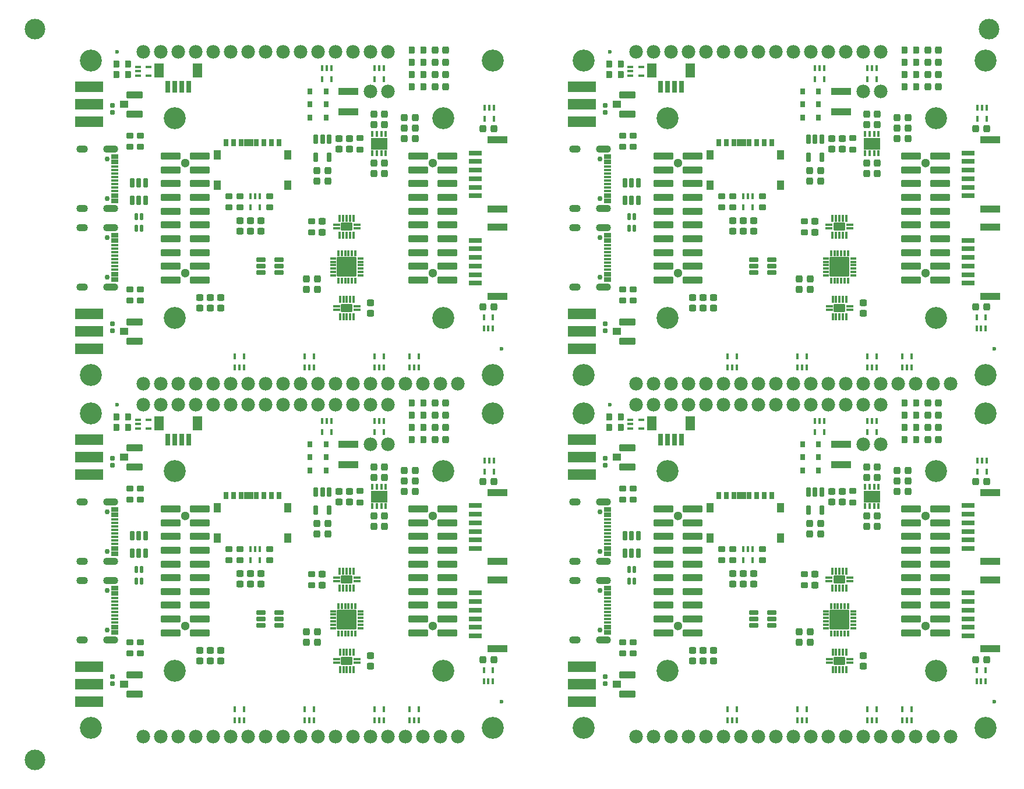
<source format=gts>
%TF.GenerationSoftware,KiCad,Pcbnew,9.0.1*%
%TF.CreationDate,2025-05-12T17:56:43+01:00*%
%TF.ProjectId,SparkFun_GNSS_Flex_Breakout_panelized,53706172-6b46-4756-9e5f-474e53535f46,v10*%
%TF.SameCoordinates,Original*%
%TF.FileFunction,Soldermask,Top*%
%TF.FilePolarity,Negative*%
%FSLAX46Y46*%
G04 Gerber Fmt 4.6, Leading zero omitted, Abs format (unit mm)*
G04 Created by KiCad (PCBNEW 9.0.1) date 2025-05-12 17:56:43*
%MOMM*%
%LPD*%
G01*
G04 APERTURE LIST*
G04 Aperture macros list*
%AMRoundRect*
0 Rectangle with rounded corners*
0 $1 Rounding radius*
0 $2 $3 $4 $5 $6 $7 $8 $9 X,Y pos of 4 corners*
0 Add a 4 corners polygon primitive as box body*
4,1,4,$2,$3,$4,$5,$6,$7,$8,$9,$2,$3,0*
0 Add four circle primitives for the rounded corners*
1,1,$1+$1,$2,$3*
1,1,$1+$1,$4,$5*
1,1,$1+$1,$6,$7*
1,1,$1+$1,$8,$9*
0 Add four rect primitives between the rounded corners*
20,1,$1+$1,$2,$3,$4,$5,0*
20,1,$1+$1,$4,$5,$6,$7,0*
20,1,$1+$1,$6,$7,$8,$9,0*
20,1,$1+$1,$8,$9,$2,$3,0*%
G04 Aperture macros list end*
%ADD10RoundRect,0.087500X-0.375000X-0.087500X0.375000X-0.087500X0.375000X0.087500X-0.375000X0.087500X0*%
%ADD11RoundRect,0.087500X-0.087500X-0.375000X0.087500X-0.375000X0.087500X0.375000X-0.087500X0.375000X0*%
%ADD12RoundRect,0.050000X-1.350000X-1.350000X1.350000X-1.350000X1.350000X1.350000X-1.350000X1.350000X0*%
%ADD13RoundRect,0.250000X0.250000X0.275000X-0.250000X0.275000X-0.250000X-0.275000X0.250000X-0.275000X0*%
%ADD14RoundRect,0.050000X0.150000X0.350000X-0.150000X0.350000X-0.150000X-0.350000X0.150000X-0.350000X0*%
%ADD15RoundRect,0.050000X0.600000X-0.275000X0.600000X0.275000X-0.600000X0.275000X-0.600000X-0.275000X0*%
%ADD16RoundRect,0.050000X0.275000X0.600000X-0.275000X0.600000X-0.275000X-0.600000X0.275000X-0.600000X0*%
%ADD17RoundRect,0.050000X-0.150000X-0.350000X0.150000X-0.350000X0.150000X0.350000X-0.150000X0.350000X0*%
%ADD18RoundRect,0.250000X-0.250000X-0.275000X0.250000X-0.275000X0.250000X0.275000X-0.250000X0.275000X0*%
%ADD19C,3.000000*%
%ADD20RoundRect,0.225000X0.225000X0.300000X-0.225000X0.300000X-0.225000X-0.300000X0.225000X-0.300000X0*%
%ADD21C,1.979600*%
%ADD22RoundRect,0.050000X0.315000X0.415000X-0.315000X0.415000X-0.315000X-0.415000X0.315000X-0.415000X0*%
%ADD23C,3.200000*%
%ADD24C,1.300000*%
%ADD25RoundRect,0.050000X-1.375000X-0.450000X1.375000X-0.450000X1.375000X0.450000X-1.375000X0.450000X0*%
%ADD26RoundRect,0.225000X-0.300000X0.225000X-0.300000X-0.225000X0.300000X-0.225000X0.300000X0.225000X0*%
%ADD27C,0.600000*%
%ADD28RoundRect,0.050000X0.850000X-0.300000X0.850000X0.300000X-0.850000X0.300000X-0.850000X-0.300000X0*%
%ADD29RoundRect,0.050000X1.350000X-0.500000X1.350000X0.500000X-1.350000X0.500000X-1.350000X-0.500000X0*%
%ADD30RoundRect,0.225000X-0.225000X-0.300000X0.225000X-0.300000X0.225000X0.300000X-0.225000X0.300000X0*%
%ADD31C,0.750000*%
%ADD32RoundRect,0.050000X0.500000X-0.150000X0.500000X0.150000X-0.500000X0.150000X-0.500000X-0.150000X0*%
%ADD33RoundRect,0.050000X-0.500000X0.150000X-0.500000X-0.150000X0.500000X-0.150000X0.500000X0.150000X0*%
%ADD34RoundRect,0.050000X0.500000X-0.300000X0.500000X0.300000X-0.500000X0.300000X-0.500000X-0.300000X0*%
%ADD35RoundRect,0.050000X-0.500000X0.300000X-0.500000X-0.300000X0.500000X-0.300000X0.500000X0.300000X0*%
%ADD36O,1.700000X1.100000*%
%ADD37O,2.200000X1.100000*%
%ADD38RoundRect,0.165000X0.195000X-0.165000X0.195000X0.165000X-0.195000X0.165000X-0.195000X-0.165000X0*%
%ADD39RoundRect,0.050000X2.000000X-0.750000X2.000000X0.750000X-2.000000X0.750000X-2.000000X-0.750000X0*%
%ADD40RoundRect,0.050000X-0.200000X0.450000X-0.200000X-0.450000X0.200000X-0.450000X0.200000X0.450000X0*%
%ADD41RoundRect,0.250000X-0.275000X0.250000X-0.275000X-0.250000X0.275000X-0.250000X0.275000X0.250000X0*%
%ADD42RoundRect,0.243750X0.243750X0.281250X-0.243750X0.281250X-0.243750X-0.281250X0.243750X-0.281250X0*%
%ADD43RoundRect,0.250000X0.275000X-0.250000X0.275000X0.250000X-0.275000X0.250000X-0.275000X-0.250000X0*%
%ADD44RoundRect,0.050000X1.400000X-0.500000X1.400000X0.500000X-1.400000X0.500000X-1.400000X-0.500000X0*%
%ADD45RoundRect,0.165000X-0.195000X0.165000X-0.195000X-0.165000X0.195000X-0.165000X0.195000X0.165000X0*%
%ADD46RoundRect,0.050000X0.450000X0.150000X-0.450000X0.150000X-0.450000X-0.150000X0.450000X-0.150000X0*%
%ADD47RoundRect,0.050000X0.150000X-0.450000X0.150000X0.450000X-0.150000X0.450000X-0.150000X-0.450000X0*%
%ADD48RoundRect,0.050000X-0.450000X-0.150000X0.450000X-0.150000X0.450000X0.150000X-0.450000X0.150000X0*%
%ADD49RoundRect,0.050000X-0.150000X0.450000X-0.150000X-0.450000X0.150000X-0.450000X0.150000X0.450000X0*%
%ADD50RoundRect,0.050000X-0.800000X0.550000X-0.800000X-0.550000X0.800000X-0.550000X0.800000X0.550000X0*%
%ADD51RoundRect,0.050000X-0.350000X0.150000X-0.350000X-0.150000X0.350000X-0.150000X0.350000X0.150000X0*%
%ADD52RoundRect,0.225000X0.300000X-0.225000X0.300000X0.225000X-0.300000X0.225000X-0.300000X-0.225000X0*%
%ADD53RoundRect,0.050000X0.800000X-0.550000X0.800000X0.550000X-0.800000X0.550000X-0.800000X-0.550000X0*%
%ADD54RoundRect,0.050000X0.150000X-0.350000X0.150000X0.350000X-0.150000X0.350000X-0.150000X-0.350000X0*%
%ADD55RoundRect,0.050000X-1.175000X-0.800000X1.175000X-0.800000X1.175000X0.800000X-1.175000X0.800000X0*%
%ADD56RoundRect,0.050000X-0.300000X-0.775000X0.300000X-0.775000X0.300000X0.775000X-0.300000X0.775000X0*%
%ADD57RoundRect,0.050000X-0.600000X-1.000000X0.600000X-1.000000X0.600000X1.000000X-0.600000X1.000000X0*%
%ADD58RoundRect,0.050000X0.525000X0.500000X-0.525000X0.500000X-0.525000X-0.500000X0.525000X-0.500000X0*%
%ADD59RoundRect,0.050000X1.100000X0.425000X-1.100000X0.425000X-1.100000X-0.425000X1.100000X-0.425000X0*%
%ADD60RoundRect,0.050000X-0.250000X-0.500000X0.250000X-0.500000X0.250000X0.500000X-0.250000X0.500000X0*%
%ADD61RoundRect,0.050000X-0.475000X-0.600000X0.475000X-0.600000X0.475000X0.600000X-0.475000X0.600000X0*%
G04 APERTURE END LIST*
D10*
%TO.C,U2*%
X37788500Y19538000D03*
X37788500Y19038000D03*
X37788500Y18538000D03*
X37788500Y18038000D03*
X37788500Y17538000D03*
X37788500Y17038000D03*
D11*
X38501000Y16325500D03*
X39001000Y16325500D03*
X39501000Y16325500D03*
X40001000Y16325500D03*
X40501000Y16325500D03*
X41001000Y16325500D03*
D10*
X41713500Y17038000D03*
X41713500Y17538000D03*
X41713500Y18038000D03*
X41713500Y18538000D03*
X41713500Y19038000D03*
X41713500Y19538000D03*
D11*
X41001000Y20250500D03*
X40501000Y20250500D03*
X40001000Y20250500D03*
X39501000Y20250500D03*
X39001000Y20250500D03*
X38501000Y20250500D03*
D12*
X39751000Y18288000D03*
%TD*%
D10*
%TO.C,U2*%
X37788500Y70838000D03*
X37788500Y70338000D03*
X37788500Y69838000D03*
X37788500Y69338000D03*
X37788500Y68838000D03*
X37788500Y68338000D03*
D11*
X38501000Y67625500D03*
X39001000Y67625500D03*
X39501000Y67625500D03*
X40001000Y67625500D03*
X40501000Y67625500D03*
X41001000Y67625500D03*
D10*
X41713500Y68338000D03*
X41713500Y68838000D03*
X41713500Y69338000D03*
X41713500Y69838000D03*
X41713500Y70338000D03*
X41713500Y70838000D03*
D11*
X41001000Y71550500D03*
X40501000Y71550500D03*
X40001000Y71550500D03*
X39501000Y71550500D03*
X39001000Y71550500D03*
X38501000Y71550500D03*
D12*
X39751000Y69588000D03*
%TD*%
D10*
%TO.C,U2*%
X109408500Y19538000D03*
X109408500Y19038000D03*
X109408500Y18538000D03*
X109408500Y18038000D03*
X109408500Y17538000D03*
X109408500Y17038000D03*
D11*
X110121000Y16325500D03*
X110621000Y16325500D03*
X111121000Y16325500D03*
X111621000Y16325500D03*
X112121000Y16325500D03*
X112621000Y16325500D03*
D10*
X113333500Y17038000D03*
X113333500Y17538000D03*
X113333500Y18038000D03*
X113333500Y18538000D03*
X113333500Y19038000D03*
X113333500Y19538000D03*
D11*
X112621000Y20250500D03*
X112121000Y20250500D03*
X111621000Y20250500D03*
X111121000Y20250500D03*
X110621000Y20250500D03*
X110121000Y20250500D03*
D12*
X111371000Y18288000D03*
%TD*%
D10*
%TO.C,U2*%
X109408500Y70838000D03*
X109408500Y70338000D03*
X109408500Y69838000D03*
X109408500Y69338000D03*
X109408500Y68838000D03*
X109408500Y68338000D03*
D11*
X110121000Y67625500D03*
X110621000Y67625500D03*
X111121000Y67625500D03*
X111621000Y67625500D03*
X112121000Y67625500D03*
X112621000Y67625500D03*
D10*
X113333500Y68338000D03*
X113333500Y68838000D03*
X113333500Y69338000D03*
X113333500Y69838000D03*
X113333500Y70338000D03*
X113333500Y70838000D03*
D11*
X112621000Y71550500D03*
X112121000Y71550500D03*
X111621000Y71550500D03*
X111121000Y71550500D03*
X110621000Y71550500D03*
X110121000Y71550500D03*
D12*
X111371000Y69588000D03*
%TD*%
D13*
%TO.C,C22*%
X36983000Y30734000D03*
X35433000Y30734000D03*
%TD*%
%TO.C,C22*%
X36983000Y82034000D03*
X35433000Y82034000D03*
%TD*%
%TO.C,C22*%
X108603000Y82034000D03*
X107053000Y82034000D03*
%TD*%
%TO.C,C22*%
X108603000Y30734000D03*
X107053000Y30734000D03*
%TD*%
D14*
%TO.C,D7*%
X45100000Y47155000D03*
X44450000Y47155000D03*
X43800000Y47155000D03*
X43800000Y45555000D03*
X45100000Y45555000D03*
%TD*%
%TO.C,D7*%
X116720000Y47155000D03*
X116070000Y47155000D03*
X115420000Y47155000D03*
X115420000Y45555000D03*
X116720000Y45555000D03*
%TD*%
%TO.C,D7*%
X45100000Y98455000D03*
X44450000Y98455000D03*
X43800000Y98455000D03*
X43800000Y96855000D03*
X45100000Y96855000D03*
%TD*%
%TO.C,D7*%
X116720000Y98455000D03*
X116070000Y98455000D03*
X115420000Y98455000D03*
X115420000Y96855000D03*
X116720000Y96855000D03*
%TD*%
D15*
%TO.C,D17*%
X29875100Y17465000D03*
X29875100Y18415000D03*
X29875100Y19365000D03*
X27274900Y19365000D03*
X27275000Y18415000D03*
X27274900Y17465000D03*
%TD*%
%TO.C,D17*%
X101495100Y68765000D03*
X101495100Y69715000D03*
X101495100Y70665000D03*
X98894900Y70665000D03*
X98895000Y69715000D03*
X98894900Y68765000D03*
%TD*%
%TO.C,D17*%
X29875100Y68765000D03*
X29875100Y69715000D03*
X29875100Y70665000D03*
X27274900Y70665000D03*
X27275000Y69715000D03*
X27274900Y68765000D03*
%TD*%
%TO.C,D17*%
X101495100Y17465000D03*
X101495100Y18415000D03*
X101495100Y19365000D03*
X98894900Y19365000D03*
X98895000Y18415000D03*
X98894900Y17465000D03*
%TD*%
D16*
%TO.C,U1*%
X37150000Y36860100D03*
X36200000Y36860100D03*
X35250000Y36860100D03*
X35250000Y34259900D03*
X37150000Y34259900D03*
%TD*%
%TO.C,U1*%
X108770000Y36860100D03*
X107820000Y36860100D03*
X106870000Y36860100D03*
X106870000Y34259900D03*
X108770000Y34259900D03*
%TD*%
%TO.C,U1*%
X37150000Y88160100D03*
X36200000Y88160100D03*
X35250000Y88160100D03*
X35250000Y85559900D03*
X37150000Y85559900D03*
%TD*%
%TO.C,U1*%
X108770000Y88160100D03*
X107820000Y88160100D03*
X106870000Y88160100D03*
X106870000Y85559900D03*
X108770000Y85559900D03*
%TD*%
D17*
%TO.C,D13*%
X23480000Y3645000D03*
X24130000Y3645000D03*
X24780000Y3645000D03*
X24780000Y5245000D03*
X23480000Y5245000D03*
%TD*%
%TO.C,D13*%
X23480000Y54945000D03*
X24130000Y54945000D03*
X24780000Y54945000D03*
X24780000Y56545000D03*
X23480000Y56545000D03*
%TD*%
%TO.C,D13*%
X95100000Y3645000D03*
X95750000Y3645000D03*
X96400000Y3645000D03*
X96400000Y5245000D03*
X95100000Y5245000D03*
%TD*%
%TO.C,D13*%
X95100000Y54945000D03*
X95750000Y54945000D03*
X96400000Y54945000D03*
X96400000Y56545000D03*
X95100000Y56545000D03*
%TD*%
D18*
%TO.C,C17*%
X43688000Y33400000D03*
X45238000Y33400000D03*
%TD*%
%TO.C,C17*%
X43688000Y84700000D03*
X45238000Y84700000D03*
%TD*%
%TO.C,C17*%
X115308000Y84700000D03*
X116858000Y84700000D03*
%TD*%
%TO.C,C17*%
X115308000Y33400000D03*
X116858000Y33400000D03*
%TD*%
D13*
%TO.C,C1*%
X49670000Y40005000D03*
X48120000Y40005000D03*
%TD*%
%TO.C,C1*%
X49670000Y91305000D03*
X48120000Y91305000D03*
%TD*%
%TO.C,C1*%
X121290000Y40005000D03*
X119740000Y40005000D03*
%TD*%
%TO.C,C1*%
X121290000Y91305000D03*
X119740000Y91305000D03*
%TD*%
D14*
%TO.C,D1*%
X27066000Y28550000D03*
X26416000Y28550000D03*
X25766000Y28550000D03*
X25766000Y26950000D03*
X27066000Y26950000D03*
%TD*%
%TO.C,D1*%
X27066000Y79850000D03*
X26416000Y79850000D03*
X25766000Y79850000D03*
X25766000Y78250000D03*
X27066000Y78250000D03*
%TD*%
%TO.C,D1*%
X98686000Y28550000D03*
X98036000Y28550000D03*
X97386000Y28550000D03*
X97386000Y26950000D03*
X98686000Y26950000D03*
%TD*%
%TO.C,D1*%
X98686000Y79850000D03*
X98036000Y79850000D03*
X97386000Y79850000D03*
X97386000Y78250000D03*
X98686000Y78250000D03*
%TD*%
D19*
%TO.C,*%
X133120000Y104187500D03*
%TD*%
D20*
%TO.C,R9*%
X7937000Y46228000D03*
X6287000Y46228000D03*
%TD*%
%TO.C,R9*%
X79557000Y46228000D03*
X77907000Y46228000D03*
%TD*%
%TO.C,R9*%
X7937000Y97528000D03*
X6287000Y97528000D03*
%TD*%
%TO.C,R9*%
X79557000Y97528000D03*
X77907000Y97528000D03*
%TD*%
D21*
%TO.C,J3*%
X10160000Y49530000D03*
X12700000Y49530000D03*
X15240000Y49530000D03*
X17780000Y49530000D03*
X20320000Y49530000D03*
X22860000Y49530000D03*
X25400000Y49530000D03*
X27940000Y49530000D03*
X30480000Y49530000D03*
X33020000Y49530000D03*
X35560000Y49530000D03*
X38100000Y49530000D03*
X40640000Y49530000D03*
X43180000Y49530000D03*
X45720000Y49530000D03*
%TD*%
%TO.C,J3*%
X81780000Y49530000D03*
X84320000Y49530000D03*
X86860000Y49530000D03*
X89400000Y49530000D03*
X91940000Y49530000D03*
X94480000Y49530000D03*
X97020000Y49530000D03*
X99560000Y49530000D03*
X102100000Y49530000D03*
X104640000Y49530000D03*
X107180000Y49530000D03*
X109720000Y49530000D03*
X112260000Y49530000D03*
X114800000Y49530000D03*
X117340000Y49530000D03*
%TD*%
%TO.C,J3*%
X10160000Y100830000D03*
X12700000Y100830000D03*
X15240000Y100830000D03*
X17780000Y100830000D03*
X20320000Y100830000D03*
X22860000Y100830000D03*
X25400000Y100830000D03*
X27940000Y100830000D03*
X30480000Y100830000D03*
X33020000Y100830000D03*
X35560000Y100830000D03*
X38100000Y100830000D03*
X40640000Y100830000D03*
X43180000Y100830000D03*
X45720000Y100830000D03*
%TD*%
%TO.C,J3*%
X81780000Y100830000D03*
X84320000Y100830000D03*
X86860000Y100830000D03*
X89400000Y100830000D03*
X91940000Y100830000D03*
X94480000Y100830000D03*
X97020000Y100830000D03*
X99560000Y100830000D03*
X102100000Y100830000D03*
X104640000Y100830000D03*
X107180000Y100830000D03*
X109720000Y100830000D03*
X112260000Y100830000D03*
X114800000Y100830000D03*
X117340000Y100830000D03*
%TD*%
D22*
%TO.C,D19*%
X36710000Y43815000D03*
X34410000Y43815000D03*
%TD*%
%TO.C,D19*%
X36710000Y95115000D03*
X34410000Y95115000D03*
%TD*%
%TO.C,D19*%
X108330000Y95115000D03*
X106030000Y95115000D03*
%TD*%
%TO.C,D19*%
X108330000Y43815000D03*
X106030000Y43815000D03*
%TD*%
D23*
%TO.C,ST4*%
X60960000Y2540000D03*
%TD*%
%TO.C,ST4*%
X132580000Y2540000D03*
%TD*%
%TO.C,ST4*%
X60960000Y53840000D03*
%TD*%
%TO.C,ST4*%
X132580000Y53840000D03*
%TD*%
D24*
%TO.C,J12*%
X52250000Y33400000D03*
X52250000Y17400000D03*
D25*
X50125000Y34400000D03*
X54375000Y34400000D03*
X50125000Y32400000D03*
X54375000Y32400000D03*
X50125000Y30400000D03*
X54375000Y30400000D03*
X50125000Y28400000D03*
X54375000Y28400000D03*
X50125000Y26400000D03*
X54375000Y26400000D03*
X50125000Y24400000D03*
X54375000Y24400000D03*
X50125000Y22400000D03*
X54375000Y22400000D03*
X50125000Y20400000D03*
X54375000Y20400000D03*
X50125000Y18400000D03*
X54375000Y18400000D03*
X50125000Y16400000D03*
X54375000Y16400000D03*
%TD*%
D24*
%TO.C,J12*%
X123870000Y84700000D03*
X123870000Y68700000D03*
D25*
X121745000Y85700000D03*
X125995000Y85700000D03*
X121745000Y83700000D03*
X125995000Y83700000D03*
X121745000Y81700000D03*
X125995000Y81700000D03*
X121745000Y79700000D03*
X125995000Y79700000D03*
X121745000Y77700000D03*
X125995000Y77700000D03*
X121745000Y75700000D03*
X125995000Y75700000D03*
X121745000Y73700000D03*
X125995000Y73700000D03*
X121745000Y71700000D03*
X125995000Y71700000D03*
X121745000Y69700000D03*
X125995000Y69700000D03*
X121745000Y67700000D03*
X125995000Y67700000D03*
%TD*%
D24*
%TO.C,J12*%
X123870000Y33400000D03*
X123870000Y17400000D03*
D25*
X121745000Y34400000D03*
X125995000Y34400000D03*
X121745000Y32400000D03*
X125995000Y32400000D03*
X121745000Y30400000D03*
X125995000Y30400000D03*
X121745000Y28400000D03*
X125995000Y28400000D03*
X121745000Y26400000D03*
X125995000Y26400000D03*
X121745000Y24400000D03*
X125995000Y24400000D03*
X121745000Y22400000D03*
X125995000Y22400000D03*
X121745000Y20400000D03*
X125995000Y20400000D03*
X121745000Y18400000D03*
X125995000Y18400000D03*
X121745000Y16400000D03*
X125995000Y16400000D03*
%TD*%
D24*
%TO.C,J12*%
X52250000Y84700000D03*
X52250000Y68700000D03*
D25*
X50125000Y85700000D03*
X54375000Y85700000D03*
X50125000Y83700000D03*
X54375000Y83700000D03*
X50125000Y81700000D03*
X54375000Y81700000D03*
X50125000Y79700000D03*
X54375000Y79700000D03*
X50125000Y77700000D03*
X54375000Y77700000D03*
X50125000Y75700000D03*
X54375000Y75700000D03*
X50125000Y73700000D03*
X54375000Y73700000D03*
X50125000Y71700000D03*
X54375000Y71700000D03*
X50125000Y69700000D03*
X54375000Y69700000D03*
X50125000Y67700000D03*
X54375000Y67700000D03*
%TD*%
D26*
%TO.C,R4*%
X22606000Y28575000D03*
X22606000Y26925000D03*
%TD*%
%TO.C,R4*%
X94226000Y28575000D03*
X94226000Y26925000D03*
%TD*%
%TO.C,R4*%
X22606000Y79875000D03*
X22606000Y78225000D03*
%TD*%
%TO.C,R4*%
X94226000Y79875000D03*
X94226000Y78225000D03*
%TD*%
%TO.C,R20*%
X8255000Y37401000D03*
X8255000Y35751000D03*
%TD*%
%TO.C,R20*%
X8255000Y88701000D03*
X8255000Y87051000D03*
%TD*%
%TO.C,R20*%
X79875000Y37401000D03*
X79875000Y35751000D03*
%TD*%
%TO.C,R20*%
X79875000Y88701000D03*
X79875000Y87051000D03*
%TD*%
D27*
%TO.C,FID4*%
X62230000Y6350000D03*
%TD*%
%TO.C,FID4*%
X133850000Y57650000D03*
%TD*%
%TO.C,FID4*%
X62230000Y57650000D03*
%TD*%
%TO.C,FID4*%
X133850000Y6350000D03*
%TD*%
D21*
%TO.C,J4*%
X10160000Y1270000D03*
X12700000Y1270000D03*
X15240000Y1270000D03*
X17780000Y1270000D03*
X20320000Y1270000D03*
X22860000Y1270000D03*
X25400000Y1270000D03*
X27940000Y1270000D03*
X30480000Y1270000D03*
X33020000Y1270000D03*
X35560000Y1270000D03*
X38100000Y1270000D03*
X40640000Y1270000D03*
X43180000Y1270000D03*
X45720000Y1270000D03*
X48260000Y1270000D03*
X50800000Y1270000D03*
X53340000Y1270000D03*
X55880000Y1270000D03*
%TD*%
%TO.C,J4*%
X81780000Y52570000D03*
X84320000Y52570000D03*
X86860000Y52570000D03*
X89400000Y52570000D03*
X91940000Y52570000D03*
X94480000Y52570000D03*
X97020000Y52570000D03*
X99560000Y52570000D03*
X102100000Y52570000D03*
X104640000Y52570000D03*
X107180000Y52570000D03*
X109720000Y52570000D03*
X112260000Y52570000D03*
X114800000Y52570000D03*
X117340000Y52570000D03*
X119880000Y52570000D03*
X122420000Y52570000D03*
X124960000Y52570000D03*
X127500000Y52570000D03*
%TD*%
%TO.C,J4*%
X10160000Y52570000D03*
X12700000Y52570000D03*
X15240000Y52570000D03*
X17780000Y52570000D03*
X20320000Y52570000D03*
X22860000Y52570000D03*
X25400000Y52570000D03*
X27940000Y52570000D03*
X30480000Y52570000D03*
X33020000Y52570000D03*
X35560000Y52570000D03*
X38100000Y52570000D03*
X40640000Y52570000D03*
X43180000Y52570000D03*
X45720000Y52570000D03*
X48260000Y52570000D03*
X50800000Y52570000D03*
X53340000Y52570000D03*
X55880000Y52570000D03*
%TD*%
%TO.C,J4*%
X81780000Y1270000D03*
X84320000Y1270000D03*
X86860000Y1270000D03*
X89400000Y1270000D03*
X91940000Y1270000D03*
X94480000Y1270000D03*
X97020000Y1270000D03*
X99560000Y1270000D03*
X102100000Y1270000D03*
X104640000Y1270000D03*
X107180000Y1270000D03*
X109720000Y1270000D03*
X112260000Y1270000D03*
X114800000Y1270000D03*
X117340000Y1270000D03*
X119880000Y1270000D03*
X122420000Y1270000D03*
X124960000Y1270000D03*
X127500000Y1270000D03*
%TD*%
D28*
%TO.C,J5*%
X58420000Y15925000D03*
X58420000Y17175000D03*
X58420000Y18425000D03*
X58420000Y19675000D03*
X58420000Y20925000D03*
X58420000Y22175000D03*
D29*
X61620000Y14050000D03*
X61620000Y24050000D03*
%TD*%
D28*
%TO.C,J5*%
X58420000Y67225000D03*
X58420000Y68475000D03*
X58420000Y69725000D03*
X58420000Y70975000D03*
X58420000Y72225000D03*
X58420000Y73475000D03*
D29*
X61620000Y65350000D03*
X61620000Y75350000D03*
%TD*%
D28*
%TO.C,J5*%
X130040000Y67225000D03*
X130040000Y68475000D03*
X130040000Y69725000D03*
X130040000Y70975000D03*
X130040000Y72225000D03*
X130040000Y73475000D03*
D29*
X133240000Y65350000D03*
X133240000Y75350000D03*
%TD*%
D28*
%TO.C,J5*%
X130040000Y15925000D03*
X130040000Y17175000D03*
X130040000Y18425000D03*
X130040000Y19675000D03*
X130040000Y20925000D03*
X130040000Y22175000D03*
D29*
X133240000Y14050000D03*
X133240000Y24050000D03*
%TD*%
D26*
%TO.C,R1*%
X28575000Y28575000D03*
X28575000Y26925000D03*
%TD*%
%TO.C,R1*%
X28575000Y79875000D03*
X28575000Y78225000D03*
%TD*%
%TO.C,R1*%
X100195000Y28575000D03*
X100195000Y26925000D03*
%TD*%
%TO.C,R1*%
X100195000Y79875000D03*
X100195000Y78225000D03*
%TD*%
D27*
%TO.C,FID1*%
X6350000Y49530000D03*
%TD*%
%TO.C,FID1*%
X6350000Y100830000D03*
%TD*%
%TO.C,FID1*%
X77970000Y49530000D03*
%TD*%
%TO.C,FID1*%
X77970000Y100830000D03*
%TD*%
D30*
%TO.C,R8*%
X6287000Y47752000D03*
X7937000Y47752000D03*
%TD*%
%TO.C,R8*%
X6287000Y99052000D03*
X7937000Y99052000D03*
%TD*%
%TO.C,R8*%
X77907000Y99052000D03*
X79557000Y99052000D03*
%TD*%
%TO.C,R8*%
X77907000Y47752000D03*
X79557000Y47752000D03*
%TD*%
D20*
%TO.C,R12*%
X50863000Y48006000D03*
X49213000Y48006000D03*
%TD*%
%TO.C,R12*%
X122483000Y48006000D03*
X120833000Y48006000D03*
%TD*%
%TO.C,R12*%
X50863000Y99306000D03*
X49213000Y99306000D03*
%TD*%
%TO.C,R12*%
X122483000Y99306000D03*
X120833000Y99306000D03*
%TD*%
D31*
%TO.C,J10*%
X4905000Y34005000D03*
X4905000Y28225000D03*
D32*
X6010000Y32365000D03*
X6010000Y31365000D03*
D33*
X6010000Y30865000D03*
X6010000Y29865000D03*
X6010000Y29365000D03*
X6010000Y30365000D03*
D32*
X6010000Y31865000D03*
X6010000Y32865000D03*
D34*
X6010000Y34340000D03*
D35*
X6010000Y27890000D03*
D36*
X1255000Y35433000D03*
D37*
X5435000Y35433000D03*
X5435000Y26797000D03*
D36*
X1255000Y26797000D03*
D34*
X6010000Y33565000D03*
D35*
X6010000Y28665000D03*
%TD*%
D31*
%TO.C,J10*%
X4905000Y85305000D03*
X4905000Y79525000D03*
D32*
X6010000Y83665000D03*
X6010000Y82665000D03*
D33*
X6010000Y82165000D03*
X6010000Y81165000D03*
X6010000Y80665000D03*
X6010000Y81665000D03*
D32*
X6010000Y83165000D03*
X6010000Y84165000D03*
D34*
X6010000Y85640000D03*
D35*
X6010000Y79190000D03*
D36*
X1255000Y86733000D03*
D37*
X5435000Y86733000D03*
X5435000Y78097000D03*
D36*
X1255000Y78097000D03*
D34*
X6010000Y84865000D03*
D35*
X6010000Y79965000D03*
%TD*%
D31*
%TO.C,J10*%
X76525000Y34005000D03*
X76525000Y28225000D03*
D32*
X77630000Y32365000D03*
X77630000Y31365000D03*
D33*
X77630000Y30865000D03*
X77630000Y29865000D03*
X77630000Y29365000D03*
X77630000Y30365000D03*
D32*
X77630000Y31865000D03*
X77630000Y32865000D03*
D34*
X77630000Y34340000D03*
D35*
X77630000Y27890000D03*
D36*
X72875000Y35433000D03*
D37*
X77055000Y35433000D03*
X77055000Y26797000D03*
D36*
X72875000Y26797000D03*
D34*
X77630000Y33565000D03*
D35*
X77630000Y28665000D03*
%TD*%
D31*
%TO.C,J10*%
X76525000Y85305000D03*
X76525000Y79525000D03*
D32*
X77630000Y83665000D03*
X77630000Y82665000D03*
D33*
X77630000Y82165000D03*
X77630000Y81165000D03*
X77630000Y80665000D03*
X77630000Y81665000D03*
D32*
X77630000Y83165000D03*
X77630000Y84165000D03*
D34*
X77630000Y85640000D03*
D35*
X77630000Y79190000D03*
D36*
X72875000Y86733000D03*
D37*
X77055000Y86733000D03*
X77055000Y78097000D03*
D36*
X72875000Y78097000D03*
D34*
X77630000Y84865000D03*
D35*
X77630000Y79965000D03*
%TD*%
D13*
%TO.C,C21*%
X36983000Y32258000D03*
X35433000Y32258000D03*
%TD*%
%TO.C,C21*%
X108603000Y83558000D03*
X107053000Y83558000D03*
%TD*%
%TO.C,C21*%
X108603000Y32258000D03*
X107053000Y32258000D03*
%TD*%
%TO.C,C21*%
X36983000Y83558000D03*
X35433000Y83558000D03*
%TD*%
D20*
%TO.C,R7*%
X50863000Y46228000D03*
X49213000Y46228000D03*
%TD*%
%TO.C,R7*%
X122483000Y46228000D03*
X120833000Y46228000D03*
%TD*%
%TO.C,R7*%
X50863000Y97528000D03*
X49213000Y97528000D03*
%TD*%
%TO.C,R7*%
X122483000Y97528000D03*
X120833000Y97528000D03*
%TD*%
D38*
%TO.C,D9*%
X5715000Y40795000D03*
X5715000Y41755000D03*
%TD*%
%TO.C,D9*%
X77335000Y40795000D03*
X77335000Y41755000D03*
%TD*%
%TO.C,D9*%
X5715000Y92095000D03*
X5715000Y93055000D03*
%TD*%
%TO.C,D9*%
X77335000Y92095000D03*
X77335000Y93055000D03*
%TD*%
D39*
%TO.C,J6*%
X2286000Y8890000D03*
X2286000Y6350000D03*
X2286000Y11430000D03*
%TD*%
%TO.C,J6*%
X73906000Y8890000D03*
X73906000Y6350000D03*
X73906000Y11430000D03*
%TD*%
%TO.C,J6*%
X2286000Y60190000D03*
X2286000Y57650000D03*
X2286000Y62730000D03*
%TD*%
%TO.C,J6*%
X73906000Y60190000D03*
X73906000Y57650000D03*
X73906000Y62730000D03*
%TD*%
D17*
%TO.C,D12*%
X33640000Y3645000D03*
X34290000Y3645000D03*
X34940000Y3645000D03*
X34940000Y5245000D03*
X33640000Y5245000D03*
%TD*%
%TO.C,D12*%
X33640000Y54945000D03*
X34290000Y54945000D03*
X34940000Y54945000D03*
X34940000Y56545000D03*
X33640000Y56545000D03*
%TD*%
%TO.C,D12*%
X105260000Y54945000D03*
X105910000Y54945000D03*
X106560000Y54945000D03*
X106560000Y56545000D03*
X105260000Y56545000D03*
%TD*%
%TO.C,D12*%
X105260000Y3645000D03*
X105910000Y3645000D03*
X106560000Y3645000D03*
X106560000Y5245000D03*
X105260000Y5245000D03*
%TD*%
D26*
%TO.C,R2*%
X24257000Y28575000D03*
X24257000Y26925000D03*
%TD*%
%TO.C,R2*%
X95877000Y28575000D03*
X95877000Y26925000D03*
%TD*%
%TO.C,R2*%
X24257000Y79875000D03*
X24257000Y78225000D03*
%TD*%
%TO.C,R2*%
X95877000Y79875000D03*
X95877000Y78225000D03*
%TD*%
D40*
%TO.C,TR2*%
X9925000Y25615000D03*
X9925000Y23915000D03*
X9125000Y25615000D03*
X9125000Y23915000D03*
%TD*%
%TO.C,TR2*%
X9925000Y76915000D03*
X9925000Y75215000D03*
X9125000Y76915000D03*
X9125000Y75215000D03*
%TD*%
%TO.C,TR2*%
X81545000Y76915000D03*
X81545000Y75215000D03*
X80745000Y76915000D03*
X80745000Y75215000D03*
%TD*%
%TO.C,TR2*%
X81545000Y25615000D03*
X81545000Y23915000D03*
X80745000Y25615000D03*
X80745000Y23915000D03*
%TD*%
D41*
%TO.C,C8*%
X24257000Y25045000D03*
X24257000Y23495000D03*
%TD*%
%TO.C,C8*%
X95877000Y76345000D03*
X95877000Y74795000D03*
%TD*%
%TO.C,C8*%
X95877000Y25045000D03*
X95877000Y23495000D03*
%TD*%
%TO.C,C8*%
X24257000Y76345000D03*
X24257000Y74795000D03*
%TD*%
D39*
%TO.C,J2*%
X2286000Y41910000D03*
X2286000Y39370000D03*
X2286000Y44450000D03*
%TD*%
%TO.C,J2*%
X73906000Y93210000D03*
X73906000Y90670000D03*
X73906000Y95750000D03*
%TD*%
%TO.C,J2*%
X73906000Y41910000D03*
X73906000Y39370000D03*
X73906000Y44450000D03*
%TD*%
%TO.C,J2*%
X2286000Y93210000D03*
X2286000Y90670000D03*
X2286000Y95750000D03*
%TD*%
D22*
%TO.C,D22*%
X36710000Y40005000D03*
X34410000Y40005000D03*
%TD*%
%TO.C,D22*%
X108330000Y40005000D03*
X106030000Y40005000D03*
%TD*%
%TO.C,D22*%
X36710000Y91305000D03*
X34410000Y91305000D03*
%TD*%
%TO.C,D22*%
X108330000Y91305000D03*
X106030000Y91305000D03*
%TD*%
D24*
%TO.C,J11*%
X16250000Y33400000D03*
X16250000Y17400000D03*
D25*
X14125000Y34400000D03*
X18375000Y34400000D03*
X14125000Y32400000D03*
X18375000Y32400000D03*
X14125000Y30400000D03*
X18375000Y30400000D03*
X14125000Y28400000D03*
X18375000Y28400000D03*
X14125000Y26400000D03*
X18375000Y26400000D03*
X14125000Y24400000D03*
X18375000Y24400000D03*
X14125000Y22400000D03*
X18375000Y22400000D03*
X14125000Y20400000D03*
X18375000Y20400000D03*
X14125000Y18400000D03*
X18375000Y18400000D03*
X14125000Y16400000D03*
X18375000Y16400000D03*
%TD*%
D24*
%TO.C,J11*%
X87870000Y84700000D03*
X87870000Y68700000D03*
D25*
X85745000Y85700000D03*
X89995000Y85700000D03*
X85745000Y83700000D03*
X89995000Y83700000D03*
X85745000Y81700000D03*
X89995000Y81700000D03*
X85745000Y79700000D03*
X89995000Y79700000D03*
X85745000Y77700000D03*
X89995000Y77700000D03*
X85745000Y75700000D03*
X89995000Y75700000D03*
X85745000Y73700000D03*
X89995000Y73700000D03*
X85745000Y71700000D03*
X89995000Y71700000D03*
X85745000Y69700000D03*
X89995000Y69700000D03*
X85745000Y67700000D03*
X89995000Y67700000D03*
%TD*%
D24*
%TO.C,J11*%
X16250000Y84700000D03*
X16250000Y68700000D03*
D25*
X14125000Y85700000D03*
X18375000Y85700000D03*
X14125000Y83700000D03*
X18375000Y83700000D03*
X14125000Y81700000D03*
X18375000Y81700000D03*
X14125000Y79700000D03*
X18375000Y79700000D03*
X14125000Y77700000D03*
X18375000Y77700000D03*
X14125000Y75700000D03*
X18375000Y75700000D03*
X14125000Y73700000D03*
X18375000Y73700000D03*
X14125000Y71700000D03*
X18375000Y71700000D03*
X14125000Y69700000D03*
X18375000Y69700000D03*
X14125000Y67700000D03*
X18375000Y67700000D03*
%TD*%
D24*
%TO.C,J11*%
X87870000Y33400000D03*
X87870000Y17400000D03*
D25*
X85745000Y34400000D03*
X89995000Y34400000D03*
X85745000Y32400000D03*
X89995000Y32400000D03*
X85745000Y30400000D03*
X89995000Y30400000D03*
X85745000Y28400000D03*
X89995000Y28400000D03*
X85745000Y26400000D03*
X89995000Y26400000D03*
X85745000Y24400000D03*
X89995000Y24400000D03*
X85745000Y22400000D03*
X89995000Y22400000D03*
X85745000Y20400000D03*
X89995000Y20400000D03*
X85745000Y18400000D03*
X89995000Y18400000D03*
X85745000Y16400000D03*
X89995000Y16400000D03*
%TD*%
D42*
%TO.C,D2*%
X54127500Y49784000D03*
X52552500Y49784000D03*
%TD*%
%TO.C,D2*%
X54127500Y101084000D03*
X52552500Y101084000D03*
%TD*%
%TO.C,D2*%
X125747500Y101084000D03*
X124172500Y101084000D03*
%TD*%
%TO.C,D2*%
X125747500Y49784000D03*
X124172500Y49784000D03*
%TD*%
D43*
%TO.C,C13*%
X36195000Y23355000D03*
X36195000Y24905000D03*
%TD*%
%TO.C,C13*%
X107815000Y23355000D03*
X107815000Y24905000D03*
%TD*%
%TO.C,C13*%
X36195000Y74655000D03*
X36195000Y76205000D03*
%TD*%
%TO.C,C13*%
X107815000Y74655000D03*
X107815000Y76205000D03*
%TD*%
D23*
%TO.C,ST5*%
X14750000Y39900000D03*
%TD*%
%TO.C,ST5*%
X14750000Y91200000D03*
%TD*%
%TO.C,ST5*%
X86370000Y39900000D03*
%TD*%
%TO.C,ST5*%
X86370000Y91200000D03*
%TD*%
D17*
%TO.C,D14*%
X59675000Y9360000D03*
X60325000Y9360000D03*
X60975000Y9360000D03*
X60975000Y10960000D03*
X59675000Y10960000D03*
%TD*%
%TO.C,D14*%
X59675000Y60660000D03*
X60325000Y60660000D03*
X60975000Y60660000D03*
X60975000Y62260000D03*
X59675000Y62260000D03*
%TD*%
%TO.C,D14*%
X131295000Y9360000D03*
X131945000Y9360000D03*
X132595000Y9360000D03*
X132595000Y10960000D03*
X131295000Y10960000D03*
%TD*%
%TO.C,D14*%
X131295000Y60660000D03*
X131945000Y60660000D03*
X132595000Y60660000D03*
X132595000Y62260000D03*
X131295000Y62260000D03*
%TD*%
D41*
%TO.C,C19*%
X40132000Y36983000D03*
X40132000Y35433000D03*
%TD*%
%TO.C,C19*%
X111752000Y36983000D03*
X111752000Y35433000D03*
%TD*%
%TO.C,C19*%
X40132000Y88283000D03*
X40132000Y86733000D03*
%TD*%
%TO.C,C19*%
X111752000Y88283000D03*
X111752000Y86733000D03*
%TD*%
D13*
%TO.C,C24*%
X61100000Y38354000D03*
X59550000Y38354000D03*
%TD*%
%TO.C,C24*%
X61100000Y89654000D03*
X59550000Y89654000D03*
%TD*%
%TO.C,C24*%
X132720000Y38354000D03*
X131170000Y38354000D03*
%TD*%
%TO.C,C24*%
X132720000Y89654000D03*
X131170000Y89654000D03*
%TD*%
D20*
%TO.C,R6*%
X50863000Y49784000D03*
X49213000Y49784000D03*
%TD*%
%TO.C,R6*%
X122483000Y101084000D03*
X120833000Y101084000D03*
%TD*%
%TO.C,R6*%
X50863000Y101084000D03*
X49213000Y101084000D03*
%TD*%
%TO.C,R6*%
X122483000Y49784000D03*
X120833000Y49784000D03*
%TD*%
D23*
%TO.C,ST3*%
X60960000Y48260000D03*
%TD*%
%TO.C,ST3*%
X60960000Y99560000D03*
%TD*%
%TO.C,ST3*%
X132580000Y48260000D03*
%TD*%
%TO.C,ST3*%
X132580000Y99560000D03*
%TD*%
D44*
%TO.C,F1*%
X40005000Y40815000D03*
X40005000Y43815000D03*
%TD*%
%TO.C,F1*%
X40005000Y92115000D03*
X40005000Y95115000D03*
%TD*%
%TO.C,F1*%
X111625000Y92115000D03*
X111625000Y95115000D03*
%TD*%
%TO.C,F1*%
X111625000Y40815000D03*
X111625000Y43815000D03*
%TD*%
D28*
%TO.C,J13*%
X58420000Y28625000D03*
X58420000Y29875000D03*
X58420000Y31125000D03*
X58420000Y32375000D03*
X58420000Y33625000D03*
X58420000Y34875000D03*
D29*
X61620000Y26750000D03*
X61620000Y36750000D03*
%TD*%
D28*
%TO.C,J13*%
X130040000Y28625000D03*
X130040000Y29875000D03*
X130040000Y31125000D03*
X130040000Y32375000D03*
X130040000Y33625000D03*
X130040000Y34875000D03*
D29*
X133240000Y26750000D03*
X133240000Y36750000D03*
%TD*%
D28*
%TO.C,J13*%
X58420000Y79925000D03*
X58420000Y81175000D03*
X58420000Y82425000D03*
X58420000Y83675000D03*
X58420000Y84925000D03*
X58420000Y86175000D03*
D29*
X61620000Y78050000D03*
X61620000Y88050000D03*
%TD*%
D28*
%TO.C,J13*%
X130040000Y79925000D03*
X130040000Y81175000D03*
X130040000Y82425000D03*
X130040000Y83675000D03*
X130040000Y84925000D03*
X130040000Y86175000D03*
D29*
X133240000Y78050000D03*
X133240000Y88050000D03*
%TD*%
D41*
%TO.C,C9*%
X25781000Y25045000D03*
X25781000Y23495000D03*
%TD*%
%TO.C,C9*%
X97401000Y76345000D03*
X97401000Y74795000D03*
%TD*%
%TO.C,C9*%
X25781000Y76345000D03*
X25781000Y74795000D03*
%TD*%
%TO.C,C9*%
X97401000Y25045000D03*
X97401000Y23495000D03*
%TD*%
D17*
%TO.C,D10*%
X43800000Y3645000D03*
X44450000Y3645000D03*
X45100000Y3645000D03*
X45100000Y5245000D03*
X43800000Y5245000D03*
%TD*%
%TO.C,D10*%
X43800000Y54945000D03*
X44450000Y54945000D03*
X45100000Y54945000D03*
X45100000Y56545000D03*
X43800000Y56545000D03*
%TD*%
%TO.C,D10*%
X115420000Y54945000D03*
X116070000Y54945000D03*
X116720000Y54945000D03*
X116720000Y56545000D03*
X115420000Y56545000D03*
%TD*%
%TO.C,D10*%
X115420000Y3645000D03*
X116070000Y3645000D03*
X116720000Y3645000D03*
X116720000Y5245000D03*
X115420000Y5245000D03*
%TD*%
D41*
%TO.C,C7*%
X27305000Y25045000D03*
X27305000Y23495000D03*
%TD*%
%TO.C,C7*%
X27305000Y76345000D03*
X27305000Y74795000D03*
%TD*%
%TO.C,C7*%
X98925000Y25045000D03*
X98925000Y23495000D03*
%TD*%
%TO.C,C7*%
X98925000Y76345000D03*
X98925000Y74795000D03*
%TD*%
D45*
%TO.C,D20*%
X5715000Y10005000D03*
X5715000Y9045000D03*
%TD*%
%TO.C,D20*%
X77335000Y61305000D03*
X77335000Y60345000D03*
%TD*%
%TO.C,D20*%
X5715000Y61305000D03*
X5715000Y60345000D03*
%TD*%
%TO.C,D20*%
X77335000Y10005000D03*
X77335000Y9045000D03*
%TD*%
D46*
%TO.C,U5*%
X41251000Y12569000D03*
D47*
X40751000Y13569000D03*
X40251000Y13569000D03*
X39751000Y13569000D03*
X39251000Y13569000D03*
X38751000Y13569000D03*
D48*
X38251000Y12569000D03*
X38251000Y12069000D03*
D49*
X38751000Y11069000D03*
X39251000Y11069000D03*
X39751000Y11069000D03*
X40251000Y11069000D03*
X40751000Y11069000D03*
D46*
X41251000Y12069000D03*
D50*
X39751000Y12319000D03*
%TD*%
D46*
%TO.C,U5*%
X41251000Y63869000D03*
D47*
X40751000Y64869000D03*
X40251000Y64869000D03*
X39751000Y64869000D03*
X39251000Y64869000D03*
X38751000Y64869000D03*
D48*
X38251000Y63869000D03*
X38251000Y63369000D03*
D49*
X38751000Y62369000D03*
X39251000Y62369000D03*
X39751000Y62369000D03*
X40251000Y62369000D03*
X40751000Y62369000D03*
D46*
X41251000Y63369000D03*
D50*
X39751000Y63619000D03*
%TD*%
D46*
%TO.C,U5*%
X112871000Y12569000D03*
D47*
X112371000Y13569000D03*
X111871000Y13569000D03*
X111371000Y13569000D03*
X110871000Y13569000D03*
X110371000Y13569000D03*
D48*
X109871000Y12569000D03*
X109871000Y12069000D03*
D49*
X110371000Y11069000D03*
X110871000Y11069000D03*
X111371000Y11069000D03*
X111871000Y11069000D03*
X112371000Y11069000D03*
D46*
X112871000Y12069000D03*
D50*
X111371000Y12319000D03*
%TD*%
D46*
%TO.C,U5*%
X112871000Y63869000D03*
D47*
X112371000Y64869000D03*
X111871000Y64869000D03*
X111371000Y64869000D03*
X110871000Y64869000D03*
X110371000Y64869000D03*
D48*
X109871000Y63869000D03*
X109871000Y63369000D03*
D49*
X110371000Y62369000D03*
X110871000Y62369000D03*
X111371000Y62369000D03*
X111871000Y62369000D03*
X112371000Y62369000D03*
D46*
X112871000Y63369000D03*
D50*
X111371000Y63619000D03*
%TD*%
D31*
%TO.C,J7*%
X4905000Y22575000D03*
X4905000Y16795000D03*
D32*
X6010000Y20935000D03*
X6010000Y19935000D03*
D33*
X6010000Y19435000D03*
X6010000Y18435000D03*
X6010000Y17935000D03*
X6010000Y18935000D03*
D32*
X6010000Y20435000D03*
X6010000Y21435000D03*
D34*
X6010000Y22910000D03*
D35*
X6010000Y16460000D03*
D36*
X1255000Y24003000D03*
D37*
X5435000Y24003000D03*
X5435000Y15367000D03*
D36*
X1255000Y15367000D03*
D34*
X6010000Y22135000D03*
D35*
X6010000Y17235000D03*
%TD*%
D31*
%TO.C,J7*%
X4905000Y73875000D03*
X4905000Y68095000D03*
D32*
X6010000Y72235000D03*
X6010000Y71235000D03*
D33*
X6010000Y70735000D03*
X6010000Y69735000D03*
X6010000Y69235000D03*
X6010000Y70235000D03*
D32*
X6010000Y71735000D03*
X6010000Y72735000D03*
D34*
X6010000Y74210000D03*
D35*
X6010000Y67760000D03*
D36*
X1255000Y75303000D03*
D37*
X5435000Y75303000D03*
X5435000Y66667000D03*
D36*
X1255000Y66667000D03*
D34*
X6010000Y73435000D03*
D35*
X6010000Y68535000D03*
%TD*%
D31*
%TO.C,J7*%
X76525000Y22575000D03*
X76525000Y16795000D03*
D32*
X77630000Y20935000D03*
X77630000Y19935000D03*
D33*
X77630000Y19435000D03*
X77630000Y18435000D03*
X77630000Y17935000D03*
X77630000Y18935000D03*
D32*
X77630000Y20435000D03*
X77630000Y21435000D03*
D34*
X77630000Y22910000D03*
D35*
X77630000Y16460000D03*
D36*
X72875000Y24003000D03*
D37*
X77055000Y24003000D03*
X77055000Y15367000D03*
D36*
X72875000Y15367000D03*
D34*
X77630000Y22135000D03*
D35*
X77630000Y17235000D03*
%TD*%
D31*
%TO.C,J7*%
X76525000Y73875000D03*
X76525000Y68095000D03*
D32*
X77630000Y72235000D03*
X77630000Y71235000D03*
D33*
X77630000Y70735000D03*
X77630000Y69735000D03*
X77630000Y69235000D03*
X77630000Y70235000D03*
D32*
X77630000Y71735000D03*
X77630000Y72735000D03*
D34*
X77630000Y74210000D03*
D35*
X77630000Y67760000D03*
D36*
X72875000Y75303000D03*
D37*
X77055000Y75303000D03*
X77055000Y66667000D03*
D36*
X72875000Y66667000D03*
D34*
X77630000Y73435000D03*
D35*
X77630000Y68535000D03*
%TD*%
D23*
%TO.C,ST6*%
X14750000Y10900000D03*
%TD*%
%TO.C,ST6*%
X86370000Y10900000D03*
%TD*%
%TO.C,ST6*%
X86370000Y62200000D03*
%TD*%
%TO.C,ST6*%
X14750000Y62200000D03*
%TD*%
D51*
%TO.C,D15*%
X9360000Y47386000D03*
X9360000Y46736000D03*
X9360000Y46086000D03*
X10960000Y46086000D03*
X10960000Y47386000D03*
%TD*%
%TO.C,D15*%
X9360000Y98686000D03*
X9360000Y98036000D03*
X9360000Y97386000D03*
X10960000Y97386000D03*
X10960000Y98686000D03*
%TD*%
%TO.C,D15*%
X80980000Y47386000D03*
X80980000Y46736000D03*
X80980000Y46086000D03*
X82580000Y46086000D03*
X82580000Y47386000D03*
%TD*%
%TO.C,D15*%
X80980000Y98686000D03*
X80980000Y98036000D03*
X80980000Y97386000D03*
X82580000Y97386000D03*
X82580000Y98686000D03*
%TD*%
D43*
%TO.C,C14*%
X43180000Y11544000D03*
X43180000Y13094000D03*
%TD*%
%TO.C,C14*%
X43180000Y62844000D03*
X43180000Y64394000D03*
%TD*%
%TO.C,C14*%
X114800000Y11544000D03*
X114800000Y13094000D03*
%TD*%
%TO.C,C14*%
X114800000Y62844000D03*
X114800000Y64394000D03*
%TD*%
D18*
%TO.C,C18*%
X43688000Y31900000D03*
X45238000Y31900000D03*
%TD*%
%TO.C,C18*%
X43688000Y83200000D03*
X45238000Y83200000D03*
%TD*%
%TO.C,C18*%
X115308000Y31900000D03*
X116858000Y31900000D03*
%TD*%
%TO.C,C18*%
X115308000Y83200000D03*
X116858000Y83200000D03*
%TD*%
D52*
%TO.C,R18*%
X9779000Y13399000D03*
X9779000Y15049000D03*
%TD*%
%TO.C,R18*%
X81399000Y13399000D03*
X81399000Y15049000D03*
%TD*%
%TO.C,R18*%
X81399000Y64699000D03*
X81399000Y66349000D03*
%TD*%
%TO.C,R18*%
X9779000Y64699000D03*
X9779000Y66349000D03*
%TD*%
D18*
%TO.C,C16*%
X43675000Y39000000D03*
X45225000Y39000000D03*
%TD*%
%TO.C,C16*%
X43675000Y90300000D03*
X45225000Y90300000D03*
%TD*%
%TO.C,C16*%
X115295000Y39000000D03*
X116845000Y39000000D03*
%TD*%
%TO.C,C16*%
X115295000Y90300000D03*
X116845000Y90300000D03*
%TD*%
D42*
%TO.C,D6*%
X54127500Y48006000D03*
X52552500Y48006000D03*
%TD*%
%TO.C,D6*%
X54127500Y99306000D03*
X52552500Y99306000D03*
%TD*%
%TO.C,D6*%
X125747500Y48006000D03*
X124172500Y48006000D03*
%TD*%
%TO.C,D6*%
X125747500Y99306000D03*
X124172500Y99306000D03*
%TD*%
D48*
%TO.C,U3*%
X38235000Y23880000D03*
D49*
X38735000Y22880000D03*
X39235000Y22880000D03*
X39735000Y22880000D03*
X40235000Y22880000D03*
X40735000Y22880000D03*
D46*
X41235000Y23880000D03*
X41235000Y24380000D03*
D47*
X40735000Y25380000D03*
X40235000Y25380000D03*
X39735000Y25380000D03*
X39235000Y25380000D03*
X38735000Y25380000D03*
D48*
X38235000Y24380000D03*
D53*
X39735000Y24130000D03*
%TD*%
D48*
%TO.C,U3*%
X109855000Y23880000D03*
D49*
X110355000Y22880000D03*
X110855000Y22880000D03*
X111355000Y22880000D03*
X111855000Y22880000D03*
X112355000Y22880000D03*
D46*
X112855000Y23880000D03*
X112855000Y24380000D03*
D47*
X112355000Y25380000D03*
X111855000Y25380000D03*
X111355000Y25380000D03*
X110855000Y25380000D03*
X110355000Y25380000D03*
D48*
X109855000Y24380000D03*
D53*
X111355000Y24130000D03*
%TD*%
D48*
%TO.C,U3*%
X38235000Y75180000D03*
D49*
X38735000Y74180000D03*
X39235000Y74180000D03*
X39735000Y74180000D03*
X40235000Y74180000D03*
X40735000Y74180000D03*
D46*
X41235000Y75180000D03*
X41235000Y75680000D03*
D47*
X40735000Y76680000D03*
X40235000Y76680000D03*
X39735000Y76680000D03*
X39235000Y76680000D03*
X38735000Y76680000D03*
D48*
X38235000Y75680000D03*
D53*
X39735000Y75430000D03*
%TD*%
D48*
%TO.C,U3*%
X109855000Y75180000D03*
D49*
X110355000Y74180000D03*
X110855000Y74180000D03*
X111355000Y74180000D03*
X111855000Y74180000D03*
X112355000Y74180000D03*
D46*
X112855000Y75180000D03*
X112855000Y75680000D03*
D47*
X112355000Y76680000D03*
X111855000Y76680000D03*
X111355000Y76680000D03*
X110855000Y76680000D03*
X110355000Y76680000D03*
D48*
X109855000Y75680000D03*
D53*
X111355000Y75430000D03*
%TD*%
D41*
%TO.C,C6*%
X18415000Y13869000D03*
X18415000Y12319000D03*
%TD*%
%TO.C,C6*%
X90035000Y13869000D03*
X90035000Y12319000D03*
%TD*%
%TO.C,C6*%
X18415000Y65169000D03*
X18415000Y63619000D03*
%TD*%
%TO.C,C6*%
X90035000Y65169000D03*
X90035000Y63619000D03*
%TD*%
D17*
%TO.C,D11*%
X48880000Y3645000D03*
X49530000Y3645000D03*
X50180000Y3645000D03*
X50180000Y5245000D03*
X48880000Y5245000D03*
%TD*%
%TO.C,D11*%
X120500000Y3645000D03*
X121150000Y3645000D03*
X121800000Y3645000D03*
X121800000Y5245000D03*
X120500000Y5245000D03*
%TD*%
%TO.C,D11*%
X48880000Y54945000D03*
X49530000Y54945000D03*
X50180000Y54945000D03*
X50180000Y56545000D03*
X48880000Y56545000D03*
%TD*%
%TO.C,D11*%
X120500000Y54945000D03*
X121150000Y54945000D03*
X121800000Y54945000D03*
X121800000Y56545000D03*
X120500000Y56545000D03*
%TD*%
D13*
%TO.C,C23*%
X61100000Y12446000D03*
X59550000Y12446000D03*
%TD*%
%TO.C,C23*%
X132720000Y12446000D03*
X131170000Y12446000D03*
%TD*%
%TO.C,C23*%
X61100000Y63746000D03*
X59550000Y63746000D03*
%TD*%
%TO.C,C23*%
X132720000Y63746000D03*
X131170000Y63746000D03*
%TD*%
D52*
%TO.C,R17*%
X8255000Y13399000D03*
X8255000Y15049000D03*
%TD*%
%TO.C,R17*%
X79875000Y13399000D03*
X79875000Y15049000D03*
%TD*%
%TO.C,R17*%
X79875000Y64699000D03*
X79875000Y66349000D03*
%TD*%
%TO.C,R17*%
X8255000Y64699000D03*
X8255000Y66349000D03*
%TD*%
%TO.C,R3*%
X41656000Y35370000D03*
X41656000Y37020000D03*
%TD*%
%TO.C,R3*%
X113276000Y86670000D03*
X113276000Y88320000D03*
%TD*%
%TO.C,R3*%
X41656000Y86670000D03*
X41656000Y88320000D03*
%TD*%
%TO.C,R3*%
X113276000Y35370000D03*
X113276000Y37020000D03*
%TD*%
D42*
%TO.C,D3*%
X54127500Y46228000D03*
X52552500Y46228000D03*
%TD*%
%TO.C,D3*%
X54127500Y97528000D03*
X52552500Y97528000D03*
%TD*%
%TO.C,D3*%
X125747500Y46228000D03*
X124172500Y46228000D03*
%TD*%
%TO.C,D3*%
X125747500Y97528000D03*
X124172500Y97528000D03*
%TD*%
D19*
%TO.C,*%
X-5620000Y104187500D03*
%TD*%
D41*
%TO.C,C10*%
X19939000Y13856000D03*
X19939000Y12306000D03*
%TD*%
%TO.C,C10*%
X19939000Y65156000D03*
X19939000Y63606000D03*
%TD*%
%TO.C,C10*%
X91559000Y13856000D03*
X91559000Y12306000D03*
%TD*%
%TO.C,C10*%
X91559000Y65156000D03*
X91559000Y63606000D03*
%TD*%
D23*
%TO.C,ST8*%
X53750000Y10900000D03*
%TD*%
%TO.C,ST8*%
X53750000Y62200000D03*
%TD*%
%TO.C,ST8*%
X125370000Y10900000D03*
%TD*%
%TO.C,ST8*%
X125370000Y62200000D03*
%TD*%
D13*
%TO.C,C5*%
X49670000Y38481000D03*
X48120000Y38481000D03*
%TD*%
%TO.C,C5*%
X121290000Y38481000D03*
X119740000Y38481000D03*
%TD*%
%TO.C,C5*%
X49670000Y89781000D03*
X48120000Y89781000D03*
%TD*%
%TO.C,C5*%
X121290000Y89781000D03*
X119740000Y89781000D03*
%TD*%
D16*
%TO.C,D21*%
X10475000Y30540100D03*
X9525000Y30540100D03*
X8575000Y30540100D03*
X8575000Y27939900D03*
X9525000Y27940000D03*
X10475000Y27939900D03*
%TD*%
%TO.C,D21*%
X10475000Y81840100D03*
X9525000Y81840100D03*
X8575000Y81840100D03*
X8575000Y79239900D03*
X9525000Y79240000D03*
X10475000Y79239900D03*
%TD*%
%TO.C,D21*%
X82095000Y30540100D03*
X81145000Y30540100D03*
X80195000Y30540100D03*
X80195000Y27939900D03*
X81145000Y27940000D03*
X82095000Y27939900D03*
%TD*%
%TO.C,D21*%
X82095000Y81840100D03*
X81145000Y81840100D03*
X80195000Y81840100D03*
X80195000Y79239900D03*
X81145000Y79240000D03*
X82095000Y79239900D03*
%TD*%
D41*
%TO.C,C20*%
X38608000Y36983000D03*
X38608000Y35433000D03*
%TD*%
%TO.C,C20*%
X110228000Y36983000D03*
X110228000Y35433000D03*
%TD*%
%TO.C,C20*%
X38608000Y88283000D03*
X38608000Y86733000D03*
%TD*%
%TO.C,C20*%
X110228000Y88283000D03*
X110228000Y86733000D03*
%TD*%
D42*
%TO.C,D5*%
X54127500Y44450000D03*
X52552500Y44450000D03*
%TD*%
%TO.C,D5*%
X54127500Y95750000D03*
X52552500Y95750000D03*
%TD*%
%TO.C,D5*%
X125747500Y44450000D03*
X124172500Y44450000D03*
%TD*%
%TO.C,D5*%
X125747500Y95750000D03*
X124172500Y95750000D03*
%TD*%
D22*
%TO.C,D18*%
X36710000Y41910000D03*
X34410000Y41910000D03*
%TD*%
%TO.C,D18*%
X108330000Y93210000D03*
X106030000Y93210000D03*
%TD*%
%TO.C,D18*%
X108330000Y41910000D03*
X106030000Y41910000D03*
%TD*%
%TO.C,D18*%
X36710000Y93210000D03*
X34410000Y93210000D03*
%TD*%
D54*
%TO.C,U4*%
X43475000Y34795000D03*
X44125000Y34795000D03*
X44775000Y34795000D03*
X45425000Y34795000D03*
X45425000Y37595000D03*
X44775000Y37595000D03*
X44125000Y37595000D03*
X43475000Y37595000D03*
D55*
X44450000Y36195000D03*
%TD*%
D54*
%TO.C,U4*%
X115095000Y86095000D03*
X115745000Y86095000D03*
X116395000Y86095000D03*
X117045000Y86095000D03*
X117045000Y88895000D03*
X116395000Y88895000D03*
X115745000Y88895000D03*
X115095000Y88895000D03*
D55*
X116070000Y87495000D03*
%TD*%
D54*
%TO.C,U4*%
X115095000Y34795000D03*
X115745000Y34795000D03*
X116395000Y34795000D03*
X117045000Y34795000D03*
X117045000Y37595000D03*
X116395000Y37595000D03*
X115745000Y37595000D03*
X115095000Y37595000D03*
D55*
X116070000Y36195000D03*
%TD*%
D54*
%TO.C,U4*%
X43475000Y86095000D03*
X44125000Y86095000D03*
X44775000Y86095000D03*
X45425000Y86095000D03*
X45425000Y88895000D03*
X44775000Y88895000D03*
X44125000Y88895000D03*
X43475000Y88895000D03*
D55*
X44450000Y87495000D03*
%TD*%
D41*
%TO.C,C2*%
X21463000Y13856000D03*
X21463000Y12306000D03*
%TD*%
%TO.C,C2*%
X93083000Y13856000D03*
X93083000Y12306000D03*
%TD*%
%TO.C,C2*%
X93083000Y65156000D03*
X93083000Y63606000D03*
%TD*%
%TO.C,C2*%
X21463000Y65156000D03*
X21463000Y63606000D03*
%TD*%
D23*
%TO.C,ST1*%
X2540000Y48260000D03*
%TD*%
%TO.C,ST1*%
X2540000Y99560000D03*
%TD*%
%TO.C,ST1*%
X74160000Y99560000D03*
%TD*%
%TO.C,ST1*%
X74160000Y48260000D03*
%TD*%
D18*
%TO.C,C15*%
X43675000Y40500000D03*
X45225000Y40500000D03*
%TD*%
%TO.C,C15*%
X43675000Y91800000D03*
X45225000Y91800000D03*
%TD*%
%TO.C,C15*%
X115295000Y91800000D03*
X116845000Y91800000D03*
%TD*%
%TO.C,C15*%
X115295000Y40500000D03*
X116845000Y40500000D03*
%TD*%
D56*
%TO.C,J14*%
X13740000Y44463000D03*
X14740000Y44463000D03*
X15740000Y44463000D03*
X16740000Y44463000D03*
D57*
X12440000Y46888000D03*
X18040000Y46888000D03*
%TD*%
D56*
%TO.C,J14*%
X85360000Y44463000D03*
X86360000Y44463000D03*
X87360000Y44463000D03*
X88360000Y44463000D03*
D57*
X84060000Y46888000D03*
X89660000Y46888000D03*
%TD*%
D56*
%TO.C,J14*%
X85360000Y95763000D03*
X86360000Y95763000D03*
X87360000Y95763000D03*
X88360000Y95763000D03*
D57*
X84060000Y98188000D03*
X89660000Y98188000D03*
%TD*%
D56*
%TO.C,J14*%
X13740000Y95763000D03*
X14740000Y95763000D03*
X15740000Y95763000D03*
X16740000Y95763000D03*
D57*
X12440000Y98188000D03*
X18040000Y98188000D03*
%TD*%
D58*
%TO.C,J9*%
X7365000Y41910000D03*
D59*
X8890000Y40535000D03*
X8890000Y43285000D03*
%TD*%
D58*
%TO.C,J9*%
X78985000Y41910000D03*
D59*
X80510000Y40535000D03*
X80510000Y43285000D03*
%TD*%
D58*
%TO.C,J9*%
X7365000Y93210000D03*
D59*
X8890000Y91835000D03*
X8890000Y94585000D03*
%TD*%
D58*
%TO.C,J9*%
X78985000Y93210000D03*
D59*
X80510000Y91835000D03*
X80510000Y94585000D03*
%TD*%
D19*
%TO.C,*%
X-5620000Y-2087500D03*
%TD*%
D60*
%TO.C,J1*%
X22185000Y36360000D03*
X23285000Y36360000D03*
X24385000Y36360000D03*
X25135000Y36360000D03*
X26585000Y36360000D03*
X27685000Y36360000D03*
X28785000Y36360000D03*
X29885000Y36360000D03*
X25835000Y36360000D03*
D61*
X31135000Y30160000D03*
X31135000Y34610000D03*
X20935000Y30160000D03*
X20935000Y34610000D03*
%TD*%
D60*
%TO.C,J1*%
X22185000Y87660000D03*
X23285000Y87660000D03*
X24385000Y87660000D03*
X25135000Y87660000D03*
X26585000Y87660000D03*
X27685000Y87660000D03*
X28785000Y87660000D03*
X29885000Y87660000D03*
X25835000Y87660000D03*
D61*
X31135000Y81460000D03*
X31135000Y85910000D03*
X20935000Y81460000D03*
X20935000Y85910000D03*
%TD*%
D60*
%TO.C,J1*%
X93805000Y36360000D03*
X94905000Y36360000D03*
X96005000Y36360000D03*
X96755000Y36360000D03*
X98205000Y36360000D03*
X99305000Y36360000D03*
X100405000Y36360000D03*
X101505000Y36360000D03*
X97455000Y36360000D03*
D61*
X102755000Y30160000D03*
X102755000Y34610000D03*
X92555000Y30160000D03*
X92555000Y34610000D03*
%TD*%
D60*
%TO.C,J1*%
X93805000Y87660000D03*
X94905000Y87660000D03*
X96005000Y87660000D03*
X96755000Y87660000D03*
X98205000Y87660000D03*
X99305000Y87660000D03*
X100405000Y87660000D03*
X101505000Y87660000D03*
X97455000Y87660000D03*
D61*
X102755000Y81460000D03*
X102755000Y85910000D03*
X92555000Y81460000D03*
X92555000Y85910000D03*
%TD*%
D13*
%TO.C,C4*%
X49670000Y36957000D03*
X48120000Y36957000D03*
%TD*%
%TO.C,C4*%
X49670000Y88257000D03*
X48120000Y88257000D03*
%TD*%
%TO.C,C4*%
X121290000Y36957000D03*
X119740000Y36957000D03*
%TD*%
%TO.C,C4*%
X121290000Y88257000D03*
X119740000Y88257000D03*
%TD*%
D58*
%TO.C,J8*%
X7365000Y8890000D03*
D59*
X8890000Y7515000D03*
X8890000Y10265000D03*
%TD*%
D58*
%TO.C,J8*%
X78985000Y8890000D03*
D59*
X80510000Y7515000D03*
X80510000Y10265000D03*
%TD*%
D58*
%TO.C,J8*%
X7365000Y60190000D03*
D59*
X8890000Y58815000D03*
X8890000Y61565000D03*
%TD*%
D58*
%TO.C,J8*%
X78985000Y60190000D03*
D59*
X80510000Y58815000D03*
X80510000Y61565000D03*
%TD*%
D26*
%TO.C,R5*%
X34671000Y24955000D03*
X34671000Y23305000D03*
%TD*%
%TO.C,R5*%
X106291000Y76255000D03*
X106291000Y74605000D03*
%TD*%
%TO.C,R5*%
X34671000Y76255000D03*
X34671000Y74605000D03*
%TD*%
%TO.C,R5*%
X106291000Y24955000D03*
X106291000Y23305000D03*
%TD*%
%TO.C,R19*%
X9779000Y37401000D03*
X9779000Y35751000D03*
%TD*%
%TO.C,R19*%
X81399000Y88701000D03*
X81399000Y87051000D03*
%TD*%
%TO.C,R19*%
X81399000Y37401000D03*
X81399000Y35751000D03*
%TD*%
%TO.C,R19*%
X9779000Y88701000D03*
X9779000Y87051000D03*
%TD*%
D13*
%TO.C,C11*%
X35446000Y16510000D03*
X33896000Y16510000D03*
%TD*%
%TO.C,C11*%
X107066000Y16510000D03*
X105516000Y16510000D03*
%TD*%
%TO.C,C11*%
X107066000Y67810000D03*
X105516000Y67810000D03*
%TD*%
%TO.C,C11*%
X35446000Y67810000D03*
X33896000Y67810000D03*
%TD*%
D14*
%TO.C,D8*%
X37480000Y47155000D03*
X36830000Y47155000D03*
X36180000Y47155000D03*
X36180000Y45555000D03*
X37480000Y45555000D03*
%TD*%
%TO.C,D8*%
X109100000Y98455000D03*
X108450000Y98455000D03*
X107800000Y98455000D03*
X107800000Y96855000D03*
X109100000Y96855000D03*
%TD*%
%TO.C,D8*%
X37480000Y98455000D03*
X36830000Y98455000D03*
X36180000Y98455000D03*
X36180000Y96855000D03*
X37480000Y96855000D03*
%TD*%
%TO.C,D8*%
X109100000Y47155000D03*
X108450000Y47155000D03*
X107800000Y47155000D03*
X107800000Y45555000D03*
X109100000Y45555000D03*
%TD*%
D13*
%TO.C,C12*%
X35446000Y14986000D03*
X33896000Y14986000D03*
%TD*%
%TO.C,C12*%
X107066000Y14986000D03*
X105516000Y14986000D03*
%TD*%
%TO.C,C12*%
X107066000Y66286000D03*
X105516000Y66286000D03*
%TD*%
%TO.C,C12*%
X35446000Y66286000D03*
X33896000Y66286000D03*
%TD*%
D14*
%TO.C,D16*%
X61102000Y41440000D03*
X60452000Y41440000D03*
X59802000Y41440000D03*
X59802000Y39840000D03*
X61102000Y39840000D03*
%TD*%
%TO.C,D16*%
X61102000Y92740000D03*
X60452000Y92740000D03*
X59802000Y92740000D03*
X59802000Y91140000D03*
X61102000Y91140000D03*
%TD*%
%TO.C,D16*%
X132722000Y41440000D03*
X132072000Y41440000D03*
X131422000Y41440000D03*
X131422000Y39840000D03*
X132722000Y39840000D03*
%TD*%
%TO.C,D16*%
X132722000Y92740000D03*
X132072000Y92740000D03*
X131422000Y92740000D03*
X131422000Y91140000D03*
X132722000Y91140000D03*
%TD*%
D23*
%TO.C,ST7*%
X53750000Y39900000D03*
%TD*%
%TO.C,ST7*%
X125370000Y39900000D03*
%TD*%
%TO.C,ST7*%
X53750000Y91200000D03*
%TD*%
%TO.C,ST7*%
X125370000Y91200000D03*
%TD*%
%TO.C,ST2*%
X2540000Y2540000D03*
%TD*%
%TO.C,ST2*%
X74160000Y53840000D03*
%TD*%
%TO.C,ST2*%
X2540000Y53840000D03*
%TD*%
%TO.C,ST2*%
X74160000Y2540000D03*
%TD*%
D20*
%TO.C,R11*%
X50863000Y44450000D03*
X49213000Y44450000D03*
%TD*%
%TO.C,R11*%
X122483000Y44450000D03*
X120833000Y44450000D03*
%TD*%
%TO.C,R11*%
X122483000Y95750000D03*
X120833000Y95750000D03*
%TD*%
%TO.C,R11*%
X50863000Y95750000D03*
X49213000Y95750000D03*
%TD*%
D21*
%TO.C,JP1*%
X43180000Y43815000D03*
X45720000Y43815000D03*
%TD*%
%TO.C,JP1*%
X114800000Y95115000D03*
X117340000Y95115000D03*
%TD*%
%TO.C,JP1*%
X43180000Y95115000D03*
X45720000Y95115000D03*
%TD*%
%TO.C,JP1*%
X114800000Y43815000D03*
X117340000Y43815000D03*
%TD*%
M02*

</source>
